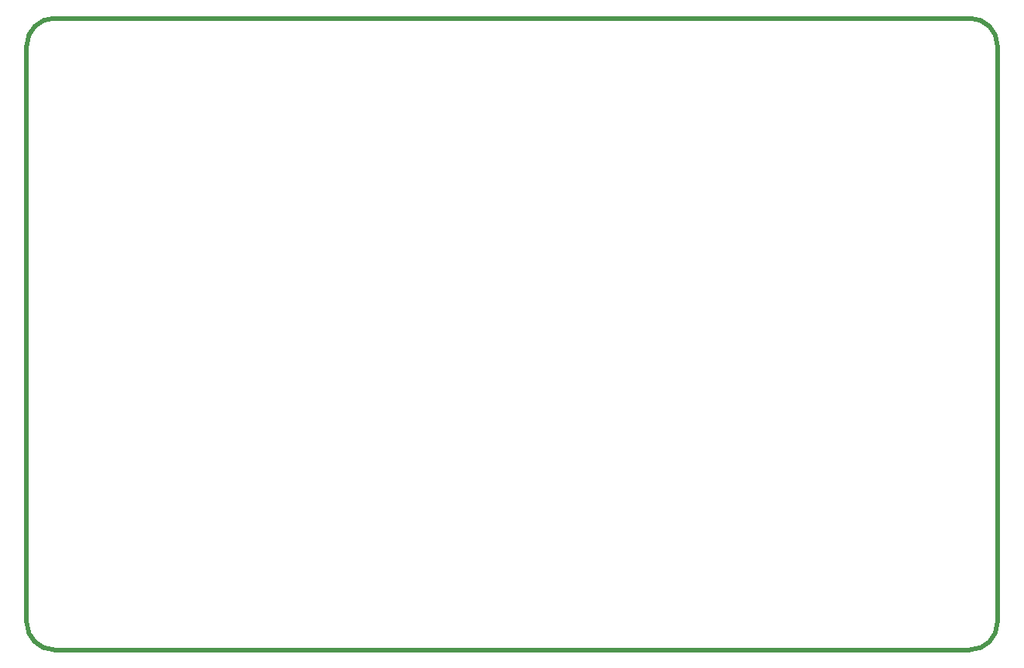
<source format=gbr>
G04 #@! TF.GenerationSoftware,KiCad,Pcbnew,9.0.0*
G04 #@! TF.CreationDate,2025-04-07T23:04:34+01:00*
G04 #@! TF.ProjectId,ephys-test-module-128,65706879-732d-4746-9573-742d6d6f6475,A*
G04 #@! TF.SameCoordinates,Original*
G04 #@! TF.FileFunction,Profile,NP*
%FSLAX46Y46*%
G04 Gerber Fmt 4.6, Leading zero omitted, Abs format (unit mm)*
G04 Created by KiCad (PCBNEW 9.0.0) date 2025-04-07 23:04:34*
%MOMM*%
%LPD*%
G01*
G04 APERTURE LIST*
G04 #@! TA.AperFunction,Profile*
%ADD10C,0.500000*%
G04 #@! TD*
G04 APERTURE END LIST*
D10*
X205000000Y-137000000D02*
X104971300Y-137000000D01*
X101971300Y-71000000D02*
X101971300Y-134000000D01*
X104971300Y-137000000D02*
G75*
G02*
X101971300Y-134000000I0J3000000D01*
G01*
X205000000Y-68000000D02*
G75*
G02*
X208000000Y-71000000I0J-3000000D01*
G01*
X208000000Y-134000000D02*
G75*
G02*
X205000000Y-137000000I-3000000J0D01*
G01*
X101971300Y-71000000D02*
G75*
G02*
X104971300Y-68000000I3000000J0D01*
G01*
X104971300Y-68000000D02*
X205000000Y-68000000D01*
X208000000Y-71000000D02*
X208000000Y-134000000D01*
M02*

</source>
